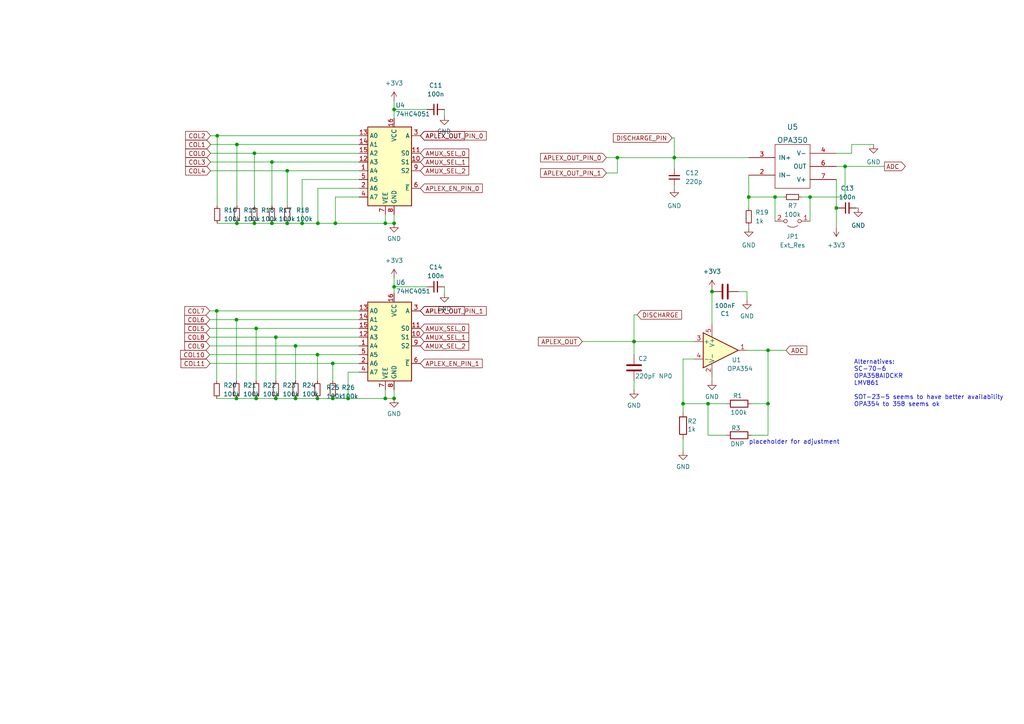
<source format=kicad_sch>
(kicad_sch (version 20231120) (generator "eeschema") (generator_version "8.0")
  (paper "A4")
  (lib_symbols
    (symbol "74xx:74HC4051"
      (property "Reference" "U" (at -5.08 11.43 0))
      (property "Value" "74HC4051" (at -7.62 -13.97 0))
      (symbol "74HC4051_0_1"
        (rectangle (start -5.08 10.16) (end 7.62 -12.7) (stroke (width 0.254)) (fill (type background)))
      )
      (symbol "74HC4051_1_1"
        (pin passive line (at 10.16 -2.54 180) (length 2.54) (name "A4") (number "1"))
        (pin input line (at -7.62 0 0) (length 2.54) (name "S1") (number "10"))
        (pin input line (at -7.62 2.54 0) (length 2.54) (name "S0") (number "11"))
        (pin passive line (at 10.16 0 180) (length 2.54) (name "A3") (number "12"))
        (pin passive line (at 10.16 7.62 180) (length 2.54) (name "A0") (number "13"))
        (pin passive line (at 10.16 5.08 180) (length 2.54) (name "A1") (number "14"))
        (pin passive line (at 10.16 2.54 180) (length 2.54) (name "A2") (number "15"))
        (pin power_in line (at 0 12.7 270) (length 2.54) (name "VCC") (number "16"))
        (pin passive line (at 10.16 -7.62 180) (length 2.54) (name "A6") (number "2"))
        (pin passive line (at -7.62 7.62 0) (length 2.54) (name "A") (number "3"))
        (pin passive line (at 10.16 -10.16 180) (length 2.54) (name "A7") (number "4"))
        (pin passive line (at 10.16 -5.08 180) (length 2.54) (name "A5") (number "5"))
        (pin input line (at -7.62 -7.62 0) (length 2.54) (name "~{E}") (number "6"))
        (pin power_in line (at 2.54 -15.24 90) (length 2.54) (name "VEE") (number "7"))
        (pin power_in line (at 0 -15.24 90) (length 2.54) (name "GND") (number "8"))
        (pin input line (at -7.62 -2.54 0) (length 2.54) (name "S2") (number "9"))
      )
    )
    (symbol "Amplifier_Operational:OPA340NA" (pin_names (offset 0.127))
      (property "Reference" "U" (at -1.27 6.35 0))
      (property "Value" "OPA340NA" (at -1.27 3.81 0))
      (symbol "OPA340NA_0_1"
        (polyline (pts (xy -5.08 5.08) (xy 5.08 0) (xy -5.08 -5.08) (xy -5.08 5.08)) (stroke (width 0.254)) (fill (type background)))
        (pin power_in line (at -2.54 -7.62 90) (length 3.81) (name "V-") (number "2"))
        (pin power_in line (at -2.54 7.62 270) (length 3.81) (name "V+") (number "5"))
      )
      (symbol "OPA340NA_1_1"
        (pin output line (at 7.62 0 180) (length 2.54) (name "~") (number "1"))
        (pin input line (at -7.62 2.54 0) (length 2.54) (name "+") (number "3"))
        (pin input line (at -7.62 -2.54 0) (length 2.54) (name "-") (number "4"))
      )
    )
    (symbol "Device:C" (pin_numbers hide) (pin_names (offset 0.254))
      (property "Reference" "C" (at 0.635 2.54 0))
      (property "Value" "C" (at 0.635 -2.54 0))
      (symbol "C_0_1"
        (polyline (pts (xy -2.032 -0.762) (xy 2.032 -0.762)) (stroke (width 0.508)))
        (polyline (pts (xy -2.032 0.762) (xy 2.032 0.762)) (stroke (width 0.508)))
      )
      (symbol "C_1_1"
        (pin passive line (at 0 3.81 270) (length 2.794) (name "~") (number "1"))
        (pin passive line (at 0 -3.81 90) (length 2.794) (name "~") (number "2"))
      )
    )
    (symbol "Device:C_Small" (pin_numbers hide) (pin_names (offset 0.254) hide)
      (property "Reference" "C" (at 0.254 1.778 0))
      (property "Value" "C_Small" (at 0.254 -2.032 0))
      (symbol "C_Small_0_1"
        (polyline (pts (xy -1.524 -0.508) (xy 1.524 -0.508)) (stroke (width 0.3302)))
        (polyline (pts (xy -1.524 0.508) (xy 1.524 0.508)) (stroke (width 0.3048)))
      )
      (symbol "C_Small_1_1"
        (pin passive line (at 0 2.54 270) (length 2.032) (name "~") (number "1"))
        (pin passive line (at 0 -2.54 90) (length 2.032) (name "~") (number "2"))
      )
    )
    (symbol "Device:R" (pin_numbers hide) (pin_names (offset 0))
      (property "Reference" "R" (at 2.032 0 90))
      (property "Value" "R" (at 0 0 90))
      (symbol "R_0_1"
        (rectangle (start -1.016 -2.54) (end 1.016 2.54) (stroke (width 0.254)))
      )
      (symbol "R_1_1"
        (pin passive line (at 0 3.81 270) (length 1.27) (name "~") (number "1"))
        (pin passive line (at 0 -3.81 90) (length 1.27) (name "~") (number "2"))
      )
    )
    (symbol "Device:R_Small" (pin_numbers hide) (pin_names (offset 0.254) hide)
      (property "Reference" "R" (at 0.762 0.508 0))
      (property "Value" "R_Small" (at 0.762 -1.016 0))
      (symbol "R_Small_0_1"
        (rectangle (start -0.762 1.778) (end 0.762 -1.778) (stroke (width 0.2032)))
      )
      (symbol "R_Small_1_1"
        (pin passive line (at 0 2.54 270) (length 0.762) (name "~") (number "1"))
        (pin passive line (at 0 -2.54 90) (length 0.762) (name "~") (number "2"))
      )
    )
    (symbol "Jumper:Jumper_2_Open" (pin_names (offset 0) hide)
      (property "Reference" "JP" (at 0 2.794 0))
      (property "Value" "Jumper_2_Open" (at 0 -2.286 0))
      (symbol "Jumper_2_Open_0_0"
        (circle (center -2.032 0) (radius 0.508))
        (circle (center 2.032 0) (radius 0.508))
      )
      (symbol "Jumper_2_Open_0_1"
        (arc (start 1.524 1.27) (mid 0 1.778) (end -1.524 1.27))
      )
      (symbol "Jumper_2_Open_1_1"
        (pin passive line (at -5.08 0 0) (length 2.54) (name "A") (number "1"))
        (pin passive line (at 5.08 0 180) (length 2.54) (name "B") (number "2"))
      )
    )
    (symbol "cipulot_parts:OPA350" (pin_names (offset 1.016))
      (property "Reference" "U" (at 8.89 -7.62 0))
      (property "Value" "OPA350" (at 5.08 7.62 0))
      (symbol "OPA350_0_1"
        (rectangle (start 0 -6.35) (end 10.16 6.35))
        (pin input line (at -7.62 2.54 0) (length 7.62) (name "IN-") (number "2"))
        (pin input line (at -7.62 -2.54 0) (length 7.62) (name "IN+") (number "3"))
        (pin input line (at 17.78 -3.81 180) (length 7.62) (name "V-") (number "4"))
        (pin input line (at 17.78 0 180) (length 7.62) (name "OUT") (number "6"))
        (pin input line (at 17.78 3.81 180) (length 7.62) (name "V+") (number "7"))
      )
    )
    (symbol "power:+3.3V" (power) (pin_names (offset 0))
      (property "Value" "+3.3V" (at 0 3.556 0))
      (symbol "+3.3V_0_1"
        (polyline (pts (xy -0.762 1.27) (xy 0 2.54)))
        (polyline (pts (xy 0 0) (xy 0 2.54)))
        (polyline (pts (xy 0 2.54) (xy 0.762 1.27)))
      )
      (symbol "+3.3V_1_1"
        (pin power_in line (at 0 0 90) (length 0) hide (name "+3V3") (number "1"))
      )
    )
    (symbol "power:+3V3" (power) (pin_names (offset 0))
      (property "Value" "+3V3" (at 0 3.556 0))
      (symbol "+3V3_0_1"
        (polyline (pts (xy -0.762 1.27) (xy 0 2.54)))
        (polyline (pts (xy 0 0) (xy 0 2.54)))
        (polyline (pts (xy 0 2.54) (xy 0.762 1.27)))
      )
      (symbol "+3V3_1_1"
        (pin power_in line (at 0 0 90) (length 0) hide (name "+3V3") (number "1"))
      )
    )
    (symbol "power:GND" (power) (pin_names (offset 0))
      (property "Value" "GND" (at 0 -3.81 0))
      (symbol "GND_0_1"
        (polyline (pts (xy 0 0) (xy 0 -1.27) (xy 1.27 -1.27) (xy 0 -2.54) (xy -1.27 -1.27) (xy 0 -1.27)))
      )
      (symbol "GND_1_1"
        (pin power_in line (at 0 0 270) (length 0) hide (name "GND") (number "1"))
      )
    )
  )
  (junction (at 205.359 117.094))
  (junction (at 245.11 48.26))
  (junction (at 78.867 46.99))
  (junction (at 85.725 115.57))
  (junction (at 96.52 115.57))
  (junction (at 100.965 115.57))
  (junction (at 179.07 45.72))
  (junction (at 73.787 44.45))
  (junction (at 74.295 115.57))
  (junction (at 114.3 31.75))
  (junction (at 68.707 64.77))
  (junction (at 68.58 115.57))
  (junction (at 97.282 64.77))
  (junction (at 87.63 64.77))
  (junction (at 62.992 39.37))
  (junction (at 62.865 90.17))
  (junction (at 217.17 57.15))
  (junction (at 83.312 64.77))
  (junction (at 222.758 101.6))
  (junction (at 78.867 64.77))
  (junction (at 195.58 45.72))
  (junction (at 68.58 92.71))
  (junction (at 234.95 57.15))
  (junction (at 80.01 115.57))
  (junction (at 74.295 95.25))
  (junction (at 92.202 64.77))
  (junction (at 68.707 41.91))
  (junction (at 92.075 115.57))
  (junction (at 114.3 64.77))
  (junction (at 111.76 115.57))
  (junction (at 224.79 57.15))
  (junction (at 114.3 83.185))
  (junction (at 198.12 117.094))
  (junction (at 83.312 49.53))
  (junction (at 183.896 99.06))
  (junction (at 85.725 100.33))
  (junction (at 222.758 117.094))
  (junction (at 92.075 102.87))
  (junction (at 206.502 84.582))
  (junction (at 73.787 64.77))
  (junction (at 242.57 60.325))
  (junction (at 114.3 115.57))
  (junction (at 80.01 97.79))
  (junction (at 111.76 64.77))
  (junction (at 96.52 105.41))
  (wire (pts (xy 74.295 95.25) (xy 74.295 110.49)))
  (wire (pts (xy 114.3 29.21) (xy 114.3 31.75)))
  (wire (pts (xy 248.285 60.325) (xy 248.92 60.325)))
  (wire (pts (xy 195.58 48.895) (xy 195.58 45.72)))
  (wire (pts (xy 68.58 110.49) (xy 68.58 92.71)))
  (wire (pts (xy 205.359 126.238) (xy 210.566 126.238)))
  (wire (pts (xy 92.075 102.87) (xy 104.14 102.87)))
  (wire (pts (xy 198.12 104.14) (xy 201.422 104.14)))
  (wire (pts (xy 206.502 84.582) (xy 206.502 93.98)))
  (wire (pts (xy 60.833 102.87) (xy 92.075 102.87)))
  (wire (pts (xy 78.867 46.99) (xy 104.14 46.99)))
  (wire (pts (xy 114.3 31.75) (xy 114.3 34.29)))
  (wire (pts (xy 216.662 84.582) (xy 216.662 87.122)))
  (wire (pts (xy 62.992 39.37) (xy 104.14 39.37)))
  (wire (pts (xy 198.12 104.14) (xy 198.12 117.094)))
  (wire (pts (xy 198.12 117.094) (xy 205.359 117.094)))
  (wire (pts (xy 68.707 41.91) (xy 104.14 41.91)))
  (wire (pts (xy 85.725 100.33) (xy 104.14 100.33)))
  (wire (pts (xy 83.312 49.53) (xy 83.312 59.69)))
  (wire (pts (xy 218.186 117.094) (xy 222.758 117.094)))
  (wire (pts (xy 224.79 57.15) (xy 227.33 57.15)))
  (wire (pts (xy 73.787 44.45) (xy 73.787 59.69)))
  (wire (pts (xy 68.707 41.91) (xy 68.707 59.69)))
  (wire (pts (xy 242.57 48.26) (xy 245.11 48.26)))
  (wire (pts (xy 222.758 101.6) (xy 227.965 101.6)))
  (wire (pts (xy 222.758 101.6) (xy 216.662 101.6)))
  (wire (pts (xy 195.58 53.975) (xy 195.58 54.61)))
  (wire (pts (xy 245.11 57.15) (xy 234.95 57.15)))
  (wire (pts (xy 128.905 33.655) (xy 128.905 31.75)))
  (wire (pts (xy 245.11 48.26) (xy 245.11 57.15)))
  (wire (pts (xy 114.3 113.03) (xy 114.3 115.57)))
  (wire (pts (xy 62.992 39.37) (xy 62.992 59.69)))
  (wire (pts (xy 62.865 90.17) (xy 104.14 90.17)))
  (wire (pts (xy 85.725 100.33) (xy 85.725 110.49)))
  (wire (pts (xy 114.3 31.75) (xy 123.825 31.75)))
  (wire (pts (xy 214.122 84.582) (xy 216.662 84.582)))
  (wire (pts (xy 92.075 115.57) (xy 96.52 115.57)))
  (wire (pts (xy 217.17 65.405) (xy 217.17 66.04)))
  (wire (pts (xy 111.76 64.77) (xy 114.3 64.77)))
  (wire (pts (xy 242.57 44.45) (xy 247.015 44.45)))
  (wire (pts (xy 114.3 62.23) (xy 114.3 64.77)))
  (wire (pts (xy 183.896 110.49) (xy 183.896 113.03)))
  (wire (pts (xy 224.79 57.15) (xy 217.17 57.15)))
  (wire (pts (xy 217.17 50.8) (xy 217.17 57.15)))
  (wire (pts (xy 114.3 83.185) (xy 123.825 83.185)))
  (wire (pts (xy 85.725 115.57) (xy 92.075 115.57)))
  (wire (pts (xy 114.3 83.185) (xy 114.3 85.09)))
  (wire (pts (xy 183.896 91.313) (xy 184.785 91.313)))
  (wire (pts (xy 74.295 95.25) (xy 104.14 95.25)))
  (wire (pts (xy 68.58 92.71) (xy 104.14 92.71)))
  (wire (pts (xy 74.295 115.57) (xy 80.01 115.57)))
  (wire (pts (xy 205.359 117.094) (xy 210.566 117.094)))
  (wire (pts (xy 83.312 49.53) (xy 104.14 49.53)))
  (wire (pts (xy 175.895 45.72) (xy 179.07 45.72)))
  (wire (pts (xy 60.833 90.17) (xy 62.865 90.17)))
  (wire (pts (xy 247.015 44.45) (xy 247.015 41.91)))
  (wire (pts (xy 80.01 97.79) (xy 104.14 97.79)))
  (wire (pts (xy 234.95 57.15) (xy 234.95 64.135)))
  (wire (pts (xy 73.787 44.45) (xy 104.14 44.45)))
  (wire (pts (xy 61.087 49.53) (xy 83.312 49.53)))
  (wire (pts (xy 78.867 46.99) (xy 78.867 59.69)))
  (wire (pts (xy 104.14 105.41) (xy 96.52 105.41)))
  (wire (pts (xy 62.992 64.77) (xy 68.707 64.77)))
  (wire (pts (xy 218.186 126.238) (xy 222.758 126.238)))
  (wire (pts (xy 68.58 115.57) (xy 74.295 115.57)))
  (wire (pts (xy 128.905 85.09) (xy 128.905 83.185)))
  (wire (pts (xy 111.76 115.57) (xy 114.3 115.57)))
  (wire (pts (xy 206.502 83.82) (xy 206.502 84.582)))
  (wire (pts (xy 100.965 107.95) (xy 100.965 115.57)))
  (wire (pts (xy 92.075 102.87) (xy 92.075 110.49)))
  (wire (pts (xy 96.52 105.41) (xy 96.52 110.49)))
  (wire (pts (xy 83.312 64.77) (xy 87.63 64.77)))
  (wire (pts (xy 61.087 41.91) (xy 68.707 41.91)))
  (wire (pts (xy 206.502 109.22) (xy 206.502 110.49)))
  (wire (pts (xy 62.865 115.57) (xy 68.58 115.57)))
  (wire (pts (xy 195.58 45.72) (xy 217.17 45.72)))
  (wire (pts (xy 183.896 99.06) (xy 201.422 99.06)))
  (wire (pts (xy 168.91 99.06) (xy 183.896 99.06)))
  (wire (pts (xy 62.865 110.49) (xy 62.865 90.17)))
  (wire (pts (xy 111.76 62.23) (xy 111.76 64.77)))
  (wire (pts (xy 60.833 100.33) (xy 85.725 100.33)))
  (wire (pts (xy 80.01 97.79) (xy 80.01 110.49)))
  (wire (pts (xy 242.57 52.07) (xy 242.57 60.325)))
  (wire (pts (xy 222.758 126.238) (xy 222.758 117.094)))
  (wire (pts (xy 60.96 105.41) (xy 96.52 105.41)))
  (wire (pts (xy 80.01 115.57) (xy 85.725 115.57)))
  (wire (pts (xy 195.58 40.005) (xy 195.58 45.72)))
  (wire (pts (xy 104.14 107.95) (xy 100.965 107.95)))
  (wire (pts (xy 198.12 117.094) (xy 198.12 119.634)))
  (wire (pts (xy 87.63 52.07) (xy 87.63 64.77)))
  (wire (pts (xy 217.17 57.15) (xy 217.17 60.325)))
  (wire (pts (xy 60.833 97.79) (xy 80.01 97.79)))
  (wire (pts (xy 97.282 57.15) (xy 97.282 64.77)))
  (wire (pts (xy 87.63 52.07) (xy 104.14 52.07)))
  (wire (pts (xy 100.965 115.57) (xy 111.76 115.57)))
  (wire (pts (xy 78.867 64.77) (xy 83.312 64.77)))
  (wire (pts (xy 92.202 54.61) (xy 92.202 64.77)))
  (wire (pts (xy 243.205 60.325) (xy 242.57 60.325)))
  (wire (pts (xy 253.365 41.91) (xy 247.015 41.91)))
  (wire (pts (xy 175.895 50.165) (xy 179.07 50.165)))
  (wire (pts (xy 104.14 57.15) (xy 97.282 57.15)))
  (wire (pts (xy 60.833 95.25) (xy 74.295 95.25)))
  (wire (pts (xy 183.896 99.06) (xy 183.896 102.87)))
  (wire (pts (xy 183.896 91.313) (xy 183.896 99.06)))
  (wire (pts (xy 179.07 50.165) (xy 179.07 45.72)))
  (wire (pts (xy 245.11 48.26) (xy 256.54 48.26)))
  (wire (pts (xy 60.833 92.71) (xy 68.58 92.71)))
  (wire (pts (xy 92.202 64.77) (xy 97.282 64.77)))
  (wire (pts (xy 194.945 40.005) (xy 195.58 40.005)))
  (wire (pts (xy 61.087 39.37) (xy 62.992 39.37)))
  (wire (pts (xy 114.3 80.645) (xy 114.3 83.185)))
  (wire (pts (xy 61.087 44.45) (xy 73.787 44.45)))
  (wire (pts (xy 68.707 64.77) (xy 73.787 64.77)))
  (wire (pts (xy 96.52 115.57) (xy 100.965 115.57)))
  (wire (pts (xy 179.07 45.72) (xy 195.58 45.72)))
  (wire (pts (xy 97.282 64.77) (xy 111.76 64.77)))
  (wire (pts (xy 224.79 57.15) (xy 224.79 64.135)))
  (wire (pts (xy 198.12 127.254) (xy 198.12 130.81)))
  (wire (pts (xy 205.359 126.238) (xy 205.359 117.094)))
  (wire (pts (xy 104.14 54.61) (xy 92.202 54.61)))
  (wire (pts (xy 111.76 113.03) (xy 111.76 115.57)))
  (wire (pts (xy 73.787 64.77) (xy 78.867 64.77)))
  (wire (pts (xy 222.758 101.6) (xy 222.758 117.094)))
  (wire (pts (xy 87.63 64.77) (xy 92.202 64.77)))
  (wire (pts (xy 232.41 57.15) (xy 234.95 57.15)))
  (wire (pts (xy 61.087 46.99) (xy 78.867 46.99)))
  (wire (pts (xy 242.57 60.325) (xy 242.57 66.04)))
  (text "Alternatives:\nSC-70-6  \nOPA358AIDCKR\nLMV861\n\nSOT-23-5 seems to have better availability\nOPA354 to 358 seems ok\n" (at 247.65 118.11 0) (effects (font (size 1.27 1.27)) (justify left bottom)))
  (text "placeholder for adjustment" (at 217.17 129.032 0) (effects (font (size 1.27 1.27)) (justify left bottom)))
  (global_label "APLEX_OUT_PIN_1" (shape input) (at 175.895 50.165 180) (property "Intersheetrefs" "${INTERSHEET_REFS}" (effects (hide yes))))
  (global_label "APLEX_OUT_PIN_0" (shape input) (at 121.92 39.37 0) (property "Intersheetrefs" "${INTERSHEET_REFS}" (effects (hide yes))))
  (global_label "AMUX_SEL_1" (shape input) (at 121.92 97.79 0) (property "Intersheetrefs" "${INTERSHEET_REFS}" (effects (hide yes))))
  (global_label "COL9" (shape input) (at 60.833 100.33 180) (property "Intersheetrefs" "${INTERSHEET_REFS}" (effects (hide yes))))
  (global_label "APLEX_OUT_PIN_1" (shape input) (at 121.92 90.17 0) (property "Intersheetrefs" "${INTERSHEET_REFS}" (effects (hide yes))))
  (global_label "AMUX_SEL_2" (shape input) (at 121.92 49.53 0) (property "Intersheetrefs" "${INTERSHEET_REFS}" (effects (hide yes))))
  (global_label "APLEX_OUT" (shape input) (at 121.92 39.37 0) (property "Intersheetrefs" "${INTERSHEET_REFS}" (effects (hide yes))))
  (global_label "AMUX_SEL_0" (shape input) (at 121.92 95.25 0) (property "Intersheetrefs" "${INTERSHEET_REFS}" (effects (hide yes))))
  (global_label "APLEX_EN_PIN_0" (shape input) (at 121.92 54.61 0) (property "Intersheetrefs" "${INTERSHEET_REFS}" (effects (hide yes))))
  (global_label "APLEX_OUT" (shape input) (at 168.91 99.06 180) (property "Intersheetrefs" "${INTERSHEET_REFS}" (effects (hide yes))))
  (global_label "COL2" (shape input) (at 61.087 39.37 180) (property "Intersheetrefs" "${INTERSHEET_REFS}" (effects (hide yes))))
  (global_label "COL0" (shape input) (at 61.087 44.45 180) (property "Intersheetrefs" "${INTERSHEET_REFS}" (effects (hide yes))))
  (global_label "COL5" (shape input) (at 60.833 95.25 180) (property "Intersheetrefs" "${INTERSHEET_REFS}" (effects (hide yes))))
  (global_label "COL1" (shape input) (at 61.087 41.91 180) (property "Intersheetrefs" "${INTERSHEET_REFS}" (effects (hide yes))))
  (global_label "COL4" (shape input) (at 61.087 49.53 180) (property "Intersheetrefs" "${INTERSHEET_REFS}" (effects (hide yes))))
  (global_label "COL3" (shape input) (at 61.087 46.99 180) (property "Intersheetrefs" "${INTERSHEET_REFS}" (effects (hide yes))))
  (global_label "APLEX_EN_PIN_1" (shape input) (at 121.92 105.41 0) (property "Intersheetrefs" "${INTERSHEET_REFS}" (effects (hide yes))))
  (global_label "COL8" (shape input) (at 60.833 97.79 180) (property "Intersheetrefs" "${INTERSHEET_REFS}" (effects (hide yes))))
  (global_label "DISCHARGE_PIN" (shape input) (at 194.945 40.005 180) (property "Intersheetrefs" "${INTERSHEET_REFS}" (effects (hide yes))))
  (global_label "AMUX_SEL_1" (shape input) (at 121.92 46.99 0) (property "Intersheetrefs" "${INTERSHEET_REFS}" (effects (hide yes))))
  (global_label "ADC" (shape output) (at 256.54 48.26 0) (property "Intersheetrefs" "${INTERSHEET_REFS}" (effects (hide yes))))
  (global_label "DISCHARGE" (shape input) (at 184.785 91.313 0) (property "Intersheetrefs" "${INTERSHEET_REFS}" (effects (hide yes))))
  (global_label "COL11" (shape input) (at 60.96 105.41 180) (property "Intersheetrefs" "${INTERSHEET_REFS}" (effects (hide yes))))
  (global_label "COL7" (shape input) (at 60.833 90.17 180) (property "Intersheetrefs" "${INTERSHEET_REFS}" (effects (hide yes))))
  (global_label "AMUX_SEL_0" (shape input) (at 121.92 44.45 0) (property "Intersheetrefs" "${INTERSHEET_REFS}" (effects (hide yes))))
  (global_label "APLEX_OUT" (shape input) (at 121.92 90.17 0) (property "Intersheetrefs" "${INTERSHEET_REFS}" (effects (hide yes))))
  (global_label "COL6" (shape input) (at 60.833 92.71 180) (property "Intersheetrefs" "${INTERSHEET_REFS}" (effects (hide yes))))
  (global_label "COL10" (shape input) (at 60.833 102.87 180) (property "Intersheetrefs" "${INTERSHEET_REFS}" (effects (hide yes))))
  (global_label "APLEX_OUT_PIN_0" (shape input) (at 175.895 45.72 180) (property "Intersheetrefs" "${INTERSHEET_REFS}" (effects (hide yes))))
  (global_label "ADC" (shape input) (at 227.965 101.6 0) (property "Intersheetrefs" "${INTERSHEET_REFS}" (effects (hide yes))))
  (global_label "AMUX_SEL_2" (shape input) (at 121.92 100.33 0) (property "Intersheetrefs" "${INTERSHEET_REFS}" (effects (hide yes))))
  (symbol (lib_id "power:GND") (at 216.662 87.122 0) (unit 1)
    (property "Reference" "#PWR07" (effects (hide yes)))
    (property "Value" "GND" (at 216.662 91.6845 0))
  )
  (symbol (lib_id "power:GND") (at 128.905 85.09 0) (unit 1)
    (property "Reference" "#PWR041" (effects (hide yes)))
    (property "Value" "GND" (at 128.905 89.535 0))
    (instances (project "the-nicholas-van" (path "" (reference "#PWR041") (unit 1))) (project "Analog" (path "" (reference "#PWR0135") (unit 1))) (project "travaulta prototype" (path "" (reference "#PWR0135") (unit 1))))
  )
  (symbol (lib_id "power:+3V3") (at 114.3 29.21 0) (unit 1)
    (property "Reference" "#PWR09" (effects (hide yes)))
    (property "Value" "+3V3" (at 114.3 24.13 0))
    (instances (project "the-nicholas-van" (path "" (reference "#PWR09") (unit 1))) (project "Analog" (path "" (reference "#PWR0138") (unit 1))) (project "travaulta prototype" (path "" (reference "#PWR0138") (unit 1))))
  )
  (symbol (lib_id "Device:R_Small") (at 68.707 62.23 0) (unit 1)
    (property "Reference" "R15" (at 70.612 60.9599 0) (effects (justify left)))
    (property "Value" "100k" (at 70.612 63.4999 0) (effects (justify left)))
    (property "Footprint" "Resistor_SMD:R_0402_1005Metric" (effects (hide yes)))
    (instances (project "the-nicholas-van" (path "" (reference "R15") (unit 1))) (project "Analog" (path "" (reference "R13") (unit 1))) (project "travaulta prototype" (path "" (reference "R13") (unit 1))))
  )
  (symbol (lib_id "Device:C_Small") (at 245.745 60.325 90) (unit 1)
    (property "Reference" "C13" (at 245.7513 54.61 90))
    (property "Value" "100n" (at 245.7513 57.15 90))
    (property "Footprint" "Capacitor_SMD:C_0402_1005Metric" (effects (hide yes)))
    (instances (project "the-nicholas-van" (path "" (reference "C13") (unit 1))) (project "Analog" (path "" (reference "C15") (unit 1))) (project "travaulta prototype" (path "" (reference "C15") (unit 1))))
  )
  (symbol (lib_id "Device:R") (at 198.12 123.444 0) (unit 1)
    (property "Reference" "R2" (at 199.39 122.174 0) (effects (justify left)))
    (property "Value" "1k" (at 199.39 124.4854 0) (effects (justify left)))
    (property "Footprint" "Resistor_SMD:R_0402_1005Metric" (effects (hide yes)))
    (property "LCSC" "C11702" (effects (hide yes)))
  )
  (symbol (lib_id "Device:R") (at 214.376 117.094 270) (unit 1)
    (property "Reference" "R1" (at 212.598 114.808 90) (effects (justify left)))
    (property "Value" "100k" (at 211.836 119.634 90) (effects (justify left)))
    (property "Footprint" "Resistor_SMD:R_0402_1005Metric" (effects (hide yes)))
    (property "LCSC" "C25741" (effects (hide yes)))
  )
  (symbol (lib_id "power:GND") (at 195.58 54.61 0) (unit 1)
    (property "Reference" "#PWR018" (effects (hide yes)))
    (property "Value" "GND" (at 195.58 59.69 0))
    (instances (project "the-nicholas-van" (path "" (reference "#PWR018") (unit 1))) (project "Analog" (path "" (reference "#PWR0148") (unit 1))) (project "travaulta prototype" (path "" (reference "#PWR0148") (unit 1))))
  )
  (symbol (lib_id "Device:R_Small") (at 83.312 62.23 0) (unit 1)
    (property "Reference" "R18" (at 85.852 60.96 0) (effects (justify left)))
    (property "Value" "100k" (at 85.852 63.5 0) (effects (justify left)))
    (property "Footprint" "Resistor_SMD:R_0402_1005Metric" (effects (hide yes)))
    (instances (project "the-nicholas-van" (path "" (reference "R18") (unit 1))) (project "Analog" (path "" (reference "R19") (unit 1))) (project "travaulta prototype" (path "" (reference "R19") (unit 1))))
  )
  (symbol (lib_id "Device:R_Small") (at 78.867 62.23 0) (unit 1)
    (property "Reference" "R17" (at 80.772 60.96 0) (effects (justify left)))
    (property "Value" "100k" (at 80.772 63.4999 0) (effects (justify left)))
    (property "Footprint" "Resistor_SMD:R_0402_1005Metric" (effects (hide yes)))
  )
  (symbol (lib_id "power:+3.3V") (at 206.502 83.82 0) (unit 1)
    (property "Reference" "#PWR06" (effects (hide yes)))
    (property "Value" "+3V3" (at 206.502 78.74 0))
  )
  (symbol (lib_id "Device:C") (at 210.312 84.582 270) (mirror x) (unit 1)
    (property "Reference" "C1" (at 210.312 90.9828 90))
    (property "Value" "100nF" (at 210.312 88.6714 90))
    (property "Footprint" "Capacitor_SMD:C_0402_1005Metric" (effects (hide yes)))
    (property "LCSC" "C307331" (effects (hide yes)))
  )
  (symbol (lib_id "cipulot_parts:OPA350") (at 224.79 48.26 0) (mirror x) (unit 1)
    (property "Reference" "U5" (at 229.87 36.83 0) (effects (font (size 1.524 1.524))))
    (property "Value" "OPA350" (at 229.87 40.64 0) (effects (font (size 1.524 1.524))))
    (property "Footprint" "Package_SO:SOIC-8_3.9x4.9mm_P1.27mm" (effects (hide yes)))
  )
  (symbol (lib_id "74xx:74HC4051") (at 114.3 46.99 0) (mirror y) (unit 1)
    (property "Reference" "U4" (at 114.7016 30.5294 0) (effects (justify right)))
    (property "Value" "74HC4051" (at 114.7016 33.0694 0) (effects (justify right)))
    (property "Footprint" "cipulot_parts:TSSOP16" (effects (hide yes)))
    (property "Datasheet" "http://www.ti.com/lit/ds/symlink/cd74hc4051.pdf" (effects (hide yes)))
  )
  (symbol (lib_id "power:GND") (at 114.3 64.77 0) (unit 1)
    (property "Reference" "#PWR026" (effects (hide yes)))
    (property "Value" "GND" (at 114.3 69.215 0))
    (instances (project "the-nicholas-van" (path "" (reference "#PWR026") (unit 1))) (project "Analog" (path "" (reference "#PWR0136") (unit 1))) (project "travaulta prototype" (path "" (reference "#PWR0136") (unit 1))))
  )
  (symbol (lib_id "Device:R_Small") (at 80.01 113.03 0) (unit 1)
    (property "Reference" "R23" (at 81.915 111.7599 0) (effects (justify left)))
    (property "Value" "100k" (at 81.915 114.2999 0) (effects (justify left)))
    (property "Footprint" "Resistor_SMD:R_0402_1005Metric" (effects (hide yes)))
    (instances (project "the-nicholas-van" (path "" (reference "R23") (unit 1))) (project "Analog" (path "" (reference "R14") (unit 1))) (project "travaulta prototype" (path "" (reference "R14") (unit 1))))
  )
  (symbol (lib_id "Device:R_Small") (at 62.865 113.03 0) (unit 1)
    (property "Reference" "R20" (at 64.77 111.76 0) (effects (justify left)))
    (property "Value" "100k" (at 64.77 114.2999 0) (effects (justify left)))
    (property "Footprint" "Resistor_SMD:R_0402_1005Metric" (effects (hide yes)))
  )
  (symbol (lib_id "Device:R") (at 214.376 126.238 270) (unit 1) (in_bom no)
    (property "Reference" "R3" (at 212.09 124.206 90) (effects (justify left)))
    (property "Value" "DNP" (at 211.836 128.778 90) (effects (justify left)))
    (property "Footprint" "Resistor_SMD:R_0402_1005Metric" (effects (hide yes)))
  )
  (symbol (lib_id "power:GND") (at 183.896 113.03 0) (unit 1)
    (property "Reference" "#PWR012" (effects (hide yes)))
    (property "Value" "GND" (at 183.896 117.5925 0))
  )
  (symbol (lib_id "Device:R_Small") (at 229.87 57.15 90) (unit 1)
    (property "Reference" "R7" (at 229.87 59.69 90))
    (property "Value" "100k" (at 229.87 62.23 90))
    (property "Footprint" "Resistor_SMD:R_0402_1005Metric" (effects (hide yes)))
    (instances (project "the-nicholas-van" (path "" (reference "R7") (unit 1))) (project "Analog" (path "" (reference "R21") (unit 1))) (project "travaulta prototype" (path "" (reference "R21") (unit 1))))
  )
  (symbol (lib_id "Device:C_Small") (at 126.365 83.185 90) (unit 1)
    (property "Reference" "C14" (at 126.3713 77.47 90))
    (property "Value" "100n" (at 126.3713 80.01 90))
    (property "Footprint" "Capacitor_SMD:C_0402_1005Metric" (effects (hide yes)))
    (instances (project "the-nicholas-van" (path "" (reference "C14") (unit 1))) (project "Analog" (path "" (reference "C12") (unit 1))) (project "travaulta prototype" (path "" (reference "C12") (unit 1))))
  )
  (symbol (lib_id "Jumper:Jumper_2_Open") (at 229.87 64.135 180) (unit 1)
    (property "Reference" "JP1" (at 229.87 68.5831 0))
    (property "Value" "Ext_Res" (at 229.87 71.12 0))
    (property "Footprint" "Resistor_SMD:R_0603_1608Metric_Pad0.98x0.95mm_HandSolder" (effects (hide yes)))
  )
  (symbol (lib_id "Device:R_Small") (at 92.075 113.03 0) (unit 1)
    (property "Reference" "R25" (at 94.615 112.395 0) (effects (justify left)))
    (property "Value" "100k" (at 94.615 114.935 0) (effects (justify left)))
    (property "Footprint" "Resistor_SMD:R_0402_1005Metric" (effects (hide yes)))
    (instances (project "the-nicholas-van" (path "" (reference "R25") (unit 1))) (project "Analog" (path "" (reference "R1") (unit 1))) (project "travaulta prototype" (path "" (reference "R5") (unit 1))))
  )
  (symbol (lib_id "power:GND") (at 206.502 110.49 0) (unit 1)
    (property "Reference" "#PWR08" (effects (hide yes)))
    (property "Value" "GND" (at 206.502 115.0525 0))
  )
  (symbol (lib_id "Device:R_Small") (at 73.787 62.23 0) (unit 1)
    (property "Reference" "R16" (at 75.692 60.9599 0) (effects (justify left)))
    (property "Value" "100k" (at 75.692 63.4999 0) (effects (justify left)))
    (property "Footprint" "Resistor_SMD:R_0402_1005Metric" (effects (hide yes)))
    (instances (project "the-nicholas-van" (path "" (reference "R16") (unit 1))) (project "Analog" (path "" (reference "R15") (unit 1))) (project "travaulta prototype" (path "" (reference "R15") (unit 1))))
  )
  (symbol (lib_id "power:+3V3") (at 114.3 80.645 0) (unit 1)
    (property "Reference" "#PWR040" (effects (hide yes)))
    (property "Value" "+3V3" (at 114.3 75.565 0))
    (instances (project "the-nicholas-van" (path "" (reference "#PWR040") (unit 1))) (project "Analog" (path "" (reference "#PWR0137") (unit 1))) (project "travaulta prototype" (path "" (reference "#PWR0137") (unit 1))))
  )
  (symbol (lib_id "Device:R_Small") (at 96.52 113.03 0) (unit 1)
    (property "Reference" "R26" (at 99.06 112.395 0) (effects (justify left)))
    (property "Value" "100k" (at 99.06 114.935 0) (effects (justify left)))
    (property "Footprint" "Resistor_SMD:R_0402_1005Metric" (effects (hide yes)))
    (instances (project "the-nicholas-van" (path "" (reference "R26") (unit 1))) (project "Analog" (path "" (reference "R1") (unit 1))) (project "travaulta prototype" (path "" (reference "R5") (unit 1))))
  )
  (symbol (lib_id "Device:R_Small") (at 74.295 113.03 0) (unit 1)
    (property "Reference" "R22" (at 76.2 111.7599 0) (effects (justify left)))
    (property "Value" "100k" (at 76.2 114.2999 0) (effects (justify left)))
    (property "Footprint" "Resistor_SMD:R_0402_1005Metric" (effects (hide yes)))
    (instances (project "the-nicholas-van" (path "" (reference "R22") (unit 1))) (project "Analog" (path "" (reference "R12") (unit 1))) (project "travaulta prototype" (path "" (reference "R12") (unit 1))))
  )
  (symbol (lib_id "Device:C_Small") (at 195.58 51.435 180) (unit 1)
    (property "Reference" "C12" (at 198.755 50.1585 0) (effects (justify right)))
    (property "Value" "220p" (at 198.755 52.6985 0) (effects (justify right)))
    (property "Footprint" "Capacitor_SMD:C_0402_1005Metric" (effects (hide yes)))
    (instances (project "the-nicholas-van" (path "" (reference "C12") (unit 1))) (project "Analog" (path "" (reference "C14") (unit 1))) (project "travaulta prototype" (path "" (reference "C14") (unit 1))))
  )
  (symbol (lib_id "Device:R_Small") (at 62.992 62.23 0) (unit 1)
    (property "Reference" "R10" (at 64.897 60.9599 0) (effects (justify left)))
    (property "Value" "100k" (at 64.897 63.4999 0) (effects (justify left)))
    (property "Footprint" "Resistor_SMD:R_0402_1005Metric" (effects (hide yes)))
    (instances (project "the-nicholas-van" (path "" (reference "R10") (unit 1))) (project "Analog" (path "" (reference "R11") (unit 1))) (project "travaulta prototype" (path "" (reference "R11") (unit 1))))
  )
  (symbol (lib_id "Device:C") (at 183.896 106.68 0) (unit 1)
    (property "Reference" "C2" (at 186.436 104.013 0))
    (property "Value" "220pF NP0" (at 189.611 109.093 0))
    (property "Footprint" "Capacitor_SMD:C_0402_1005Metric" (effects (hide yes)))
    (property "LCSC" "C1530" (effects (hide yes)))
  )
  (symbol (lib_id "Amplifier_Operational:OPA340NA") (at 209.042 101.6 0) (unit 1)
    (property "Reference" "U1" (at 213.614 104.394 0))
    (property "Value" "OPA354" (at 214.63 106.934 0))
    (property "Footprint" "Package_TO_SOT_SMD:SOT-23-5" (effects (hide yes)))
    (property "Datasheet" "https://www.ti.com/general/docs/suppproductinfo.tsp?distId=10&gotoUrl=https%3A%2F%2Fwww.ti.com%2Flit%2Fgpn%2Fopa356" (effects (hide yes)))
  )
  (symbol (lib_id "power:GND") (at 198.12 130.81 0) (unit 1)
    (property "Reference" "#PWR013" (effects (hide yes)))
    (property "Value" "GND" (at 198.12 135.3725 0))
  )
  (symbol (lib_id "74xx:74HC4051") (at 114.3 97.79 0) (mirror y) (unit 1)
    (property "Reference" "U6" (at 114.8206 81.915 0) (effects (justify right)))
    (property "Value" "74HC4051" (at 114.8206 84.455 0) (effects (justify right)))
    (property "Footprint" "cipulot_parts:TSSOP16" (effects (hide yes)))
    (property "Datasheet" "http://www.ti.com/lit/ds/symlink/cd74hc4051.pdf" (effects (hide yes)))
    (instances (project "the-nicholas-van" (path "" (reference "U6") (unit 1))) (project "Analog" (path "" (reference "U3") (unit 1))) (project "travaulta prototype" (path "" (reference "U3") (unit 1))))
  )
  (symbol (lib_id "Device:R_Small") (at 217.17 62.865 0) (unit 1)
    (property "Reference" "R19" (at 219.075 61.5949 0) (effects (justify left)))
    (property "Value" "1k" (at 219.075 64.1349 0) (effects (justify left)))
    (property "Footprint" "Resistor_SMD:R_0402_1005Metric" (effects (hide yes)))
    (instances (project "the-nicholas-van" (path "" (reference "R19") (unit 1))) (project "Analog" (path "" (reference "R23") (unit 1))) (project "travaulta prototype" (path "" (reference "R23") (unit 1))))
  )
  (symbol (lib_id "power:GND") (at 248.92 60.325 0) (unit 1)
    (property "Reference" "#PWR025" (effects (hide yes)))
    (property "Value" "GND" (at 248.92 65.405 0))
    (instances (project "the-nicholas-van" (path "" (reference "#PWR025") (unit 1))) (project "Analog" (path "" (reference "#PWR0142") (unit 1))) (project "travaulta prototype" (path "" (reference "#PWR0142") (unit 1))))
  )
  (symbol (lib_id "power:+3V3") (at 242.57 66.04 180) (unit 1)
    (property "Reference" "#PWR036" (effects (hide yes)))
    (property "Value" "+3V3" (at 242.57 71.12 0))
    (instances (project "the-nicholas-van" (path "" (reference "#PWR036") (unit 1))) (project "Analog" (path "" (reference "#PWR0143") (unit 1))) (project "travaulta prototype" (path "" (reference "#PWR0143") (unit 1))))
  )
  (symbol (lib_id "power:GND") (at 217.17 66.04 0) (unit 1)
    (property "Reference" "#PWR028" (effects (hide yes)))
    (property "Value" "GND" (at 217.17 71.12 0))
    (instances (project "the-nicholas-van" (path "" (reference "#PWR028") (unit 1))) (project "Analog" (path "" (reference "#PWR0141") (unit 1))) (project "travaulta prototype" (path "" (reference "#PWR0141") (unit 1))))
  )
  (symbol (lib_id "power:GND") (at 128.905 33.655 0) (unit 1)
    (property "Reference" "#PWR010" (effects (hide yes)))
    (property "Value" "GND" (at 128.778 38.1 0))
    (instances (project "the-nicholas-van" (path "" (reference "#PWR010") (unit 1))) (project "Analog" (path "" (reference "#PWR0139") (unit 1))) (project "travaulta prototype" (path "" (reference "#PWR0139") (unit 1))))
  )
  (symbol (lib_id "power:GND") (at 114.3 115.57 0) (unit 1)
    (property "Reference" "#PWR044" (effects (hide yes)))
    (property "Value" "GND" (at 114.3 120.015 0))
    (instances (project "the-nicholas-van" (path "" (reference "#PWR044") (unit 1))) (project "Analog" (path "" (reference "#PWR0134") (unit 1))) (project "travaulta prototype" (path "" (reference "#PWR0134") (unit 1))))
  )
  (symbol (lib_id "Device:R_Small") (at 85.725 113.03 0) (unit 1)
    (property "Reference" "R24" (at 87.63 111.7599 0) (effects (justify left)))
    (property "Value" "100k" (at 87.63 114.2999 0) (effects (justify left)))
    (property "Footprint" "Resistor_SMD:R_0402_1005Metric" (effects (hide yes)))
    (instances (project "the-nicholas-van" (path "" (reference "R24") (unit 1))) (project "Analog" (path "" (reference "R16") (unit 1))) (project "travaulta prototype" (path "" (reference "R16") (unit 1))))
  )
  (symbol (lib_id "Device:R_Small") (at 68.58 113.03 0) (unit 1)
    (property "Reference" "R21" (at 70.485 111.7599 0) (effects (justify left)))
    (property "Value" "100k" (at 70.485 114.2999 0) (effects (justify left)))
    (property "Footprint" "Resistor_SMD:R_0402_1005Metric" (effects (hide yes)))
    (instances (project "the-nicholas-van" (path "" (reference "R21") (unit 1))) (project "Analog" (path "" (reference "R10") (unit 1))) (project "travaulta prototype" (path "" (reference "R10") (unit 1))))
  )
  (symbol (lib_id "Device:C_Small") (at 126.365 31.75 90) (unit 1)
    (property "Reference" "C11" (at 126.3713 24.765 90))
    (property "Value" "100n" (at 126.3713 27.305 90))
    (property "Footprint" "Capacitor_SMD:C_0402_1005Metric" (effects (hide yes)))
    (instances (project "the-nicholas-van" (path "" (reference "C11") (unit 1))) (project "Analog" (path "" (reference "C13") (unit 1))) (project "travaulta prototype" (path "" (reference "C13") (unit 1))))
  )
  (symbol (lib_id "power:GND") (at 253.365 41.91 0) (unit 1)
    (property "Reference" "#PWR011" (effects (hide yes)))
    (property "Value" "GND" (at 253.365 46.99 0))
    (instances (project "the-nicholas-van" (path "" (reference "#PWR011") (unit 1))) (project "Analog" (path "" (reference "#PWR0140") (unit 1))) (project "travaulta prototype" (path "" (reference "#PWR0140") (unit 1))))
  )
)
</source>
